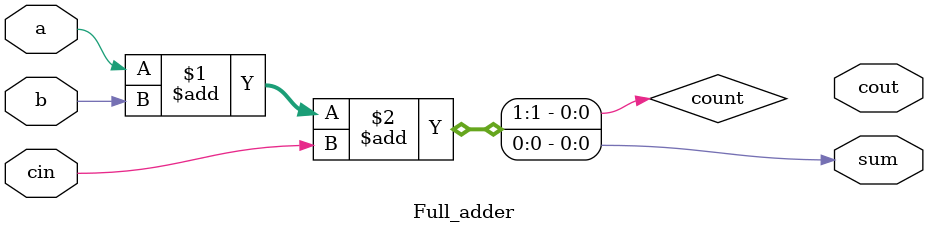
<source format=v>
module top_module(
    input [2:0]a,b,
    input cin,
    output [2:0] cout,sum
);

Full_adder ins1( .a(a[0]), .b(b[0]), .cin(cin)    , .cout(cout[0]), .sum(sum[0]));
Full_adder ins2( .a(a[1]), .b(b[1]), .cin(cout[0]), .cout(cout[1]), .sum(sum[1]));
Full_adder ins3( .a(a[2]), .b(b[2]), .cin(cout[1]), .cout(cout[2]), .sum(sum[2]));
endmodule





module Full_adder(
    input a,b,cin,
    output cout,sum
);

assign {count,sum}=a+b+cin;
endmodule
</source>
